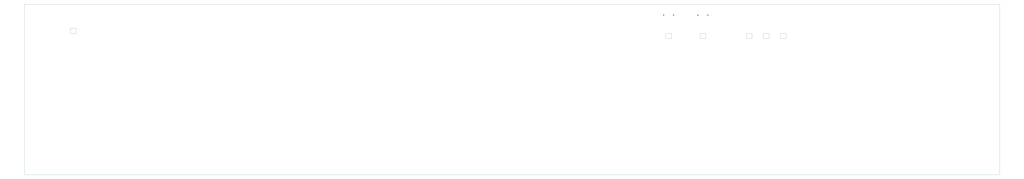
<source format=gbr>
%TF.GenerationSoftware,KiCad,Pcbnew,8.0.6*%
%TF.CreationDate,2025-09-01T21:23:37+02:00*%
%TF.ProjectId,JANKO_KICAD_5,4a414e4b-4f5f-44b4-9943-41445f352e6b,rev?*%
%TF.SameCoordinates,Original*%
%TF.FileFunction,Profile,NP*%
%FSLAX46Y46*%
G04 Gerber Fmt 4.6, Leading zero omitted, Abs format (unit mm)*
G04 Created by KiCad (PCBNEW 8.0.6) date 2025-09-01 21:23:37*
%MOMM*%
%LPD*%
G01*
G04 APERTURE LIST*
%TA.AperFunction,Profile*%
%ADD10C,0.050000*%
%TD*%
%TA.AperFunction,Profile*%
%ADD11C,0.010000*%
%TD*%
%TA.AperFunction,Profile*%
%ADD12C,0.000000*%
%TD*%
G04 APERTURE END LIST*
D10*
X0Y100000000D02*
X570000000Y100000000D01*
X570000000Y0D01*
X0Y0D01*
X0Y100000000D01*
D11*
%TO.C,D3*%
X374800000Y83000000D02*
X374800000Y80000000D01*
X374800000Y80000000D02*
X378200000Y80000000D01*
X378200000Y83000000D02*
X374800000Y83000000D01*
X378200000Y80000000D02*
X378200000Y83000000D01*
%TO.C,D4*%
X394800000Y83000000D02*
X394800000Y80000000D01*
X394800000Y80000000D02*
X398200000Y80000000D01*
X398200000Y83000000D02*
X394800000Y83000000D01*
X398200000Y80000000D02*
X398200000Y83000000D01*
%TO.C,D6*%
X431800000Y83000000D02*
X431800000Y80000000D01*
X431800000Y80000000D02*
X435200000Y80000000D01*
X435200000Y83000000D02*
X431800000Y83000000D01*
X435200000Y80000000D02*
X435200000Y83000000D01*
%TO.C,D7*%
X441800000Y83000000D02*
X441800000Y80000000D01*
X441800000Y80000000D02*
X445200000Y80000000D01*
X445200000Y83000000D02*
X441800000Y83000000D01*
X445200000Y80000000D02*
X445200000Y83000000D01*
%TO.C,D5*%
X421800000Y83000000D02*
X421800000Y80000000D01*
X421800000Y80000000D02*
X425200000Y80000000D01*
X425200000Y83000000D02*
X421800000Y83000000D01*
X425200000Y80000000D02*
X425200000Y83000000D01*
%TO.C,D2*%
X26800000Y86000000D02*
X26800000Y83000000D01*
X26800000Y83000000D02*
X30200000Y83000000D01*
X30200000Y86000000D02*
X26800000Y86000000D01*
X30200000Y83000000D02*
X30200000Y86000000D01*
D12*
%TA.AperFunction,Profile*%
%TO.C,HOST1*%
G36*
X373715881Y94102646D02*
G01*
X373820419Y94049381D01*
X373903381Y93966419D01*
X373956646Y93861881D01*
X373975000Y93746000D01*
X373956646Y93630119D01*
X373903381Y93525581D01*
X373820419Y93442619D01*
X373715881Y93389354D01*
X373600000Y93371000D01*
X373484119Y93389354D01*
X373379581Y93442619D01*
X373296619Y93525581D01*
X373243354Y93630119D01*
X373225000Y93746000D01*
X373243354Y93861881D01*
X373296619Y93966419D01*
X373379581Y94049381D01*
X373484119Y94102646D01*
X373600000Y94121000D01*
X373715881Y94102646D01*
G37*
%TD.AperFunction*%
%TA.AperFunction,Profile*%
G36*
X379515881Y94102646D02*
G01*
X379620419Y94049381D01*
X379703381Y93966419D01*
X379756646Y93861881D01*
X379775000Y93746000D01*
X379756646Y93630119D01*
X379703381Y93525581D01*
X379620419Y93442619D01*
X379515881Y93389354D01*
X379400000Y93371000D01*
X379284119Y93389354D01*
X379179581Y93442619D01*
X379096619Y93525581D01*
X379043354Y93630119D01*
X379025000Y93746000D01*
X379043354Y93861881D01*
X379096619Y93966419D01*
X379179581Y94049381D01*
X379284119Y94102646D01*
X379400000Y94121000D01*
X379515881Y94102646D01*
G37*
%TD.AperFunction*%
%TA.AperFunction,Profile*%
%TO.C,DEVICE1*%
G36*
X393715881Y94028146D02*
G01*
X393820419Y93974881D01*
X393903381Y93891919D01*
X393956646Y93787381D01*
X393975000Y93671500D01*
X393956646Y93555619D01*
X393903381Y93451081D01*
X393820419Y93368119D01*
X393715881Y93314854D01*
X393600000Y93296500D01*
X393484119Y93314854D01*
X393379581Y93368119D01*
X393296619Y93451081D01*
X393243354Y93555619D01*
X393225000Y93671500D01*
X393243354Y93787381D01*
X393296619Y93891919D01*
X393379581Y93974881D01*
X393484119Y94028146D01*
X393600000Y94046500D01*
X393715881Y94028146D01*
G37*
%TD.AperFunction*%
%TA.AperFunction,Profile*%
G36*
X399515881Y94028146D02*
G01*
X399620419Y93974881D01*
X399703381Y93891919D01*
X399756646Y93787381D01*
X399775000Y93671500D01*
X399756646Y93555619D01*
X399703381Y93451081D01*
X399620419Y93368119D01*
X399515881Y93314854D01*
X399400000Y93296500D01*
X399284119Y93314854D01*
X399179581Y93368119D01*
X399096619Y93451081D01*
X399043354Y93555619D01*
X399025000Y93671500D01*
X399043354Y93787381D01*
X399096619Y93891919D01*
X399179581Y93974881D01*
X399284119Y94028146D01*
X399400000Y94046500D01*
X399515881Y94028146D01*
G37*
%TD.AperFunction*%
%TD*%
M02*

</source>
